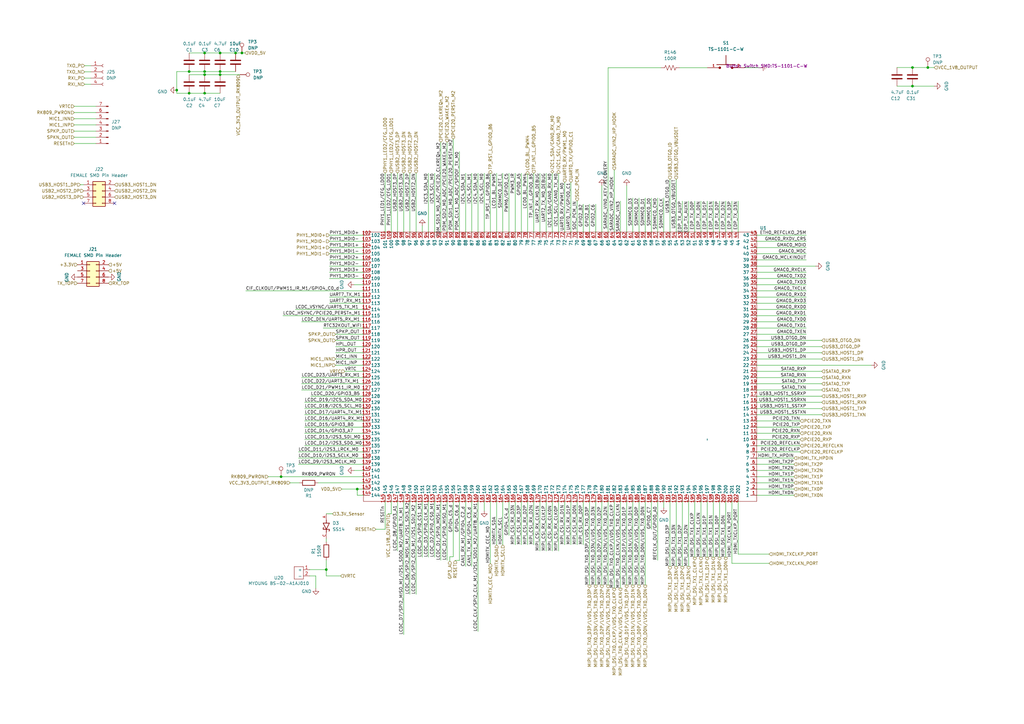
<source format=kicad_sch>
(kicad_sch (version 20230819) (generator eeschema)
  (paper "A3")
  (junction (at 133.8295 233.6065))
  (junction (at 90.2707 29.3423))
  (junction (at 83.9207 30.6123))
  (junction (at 99.231 21.7223))
  (junction (at 146.5295 200.5865))
  (junction (at 83.9207 29.3423))
  (junction (at 96.6207 21.7223))
  (junction (at 380.5549 27.6952))
  (junction (at 77.5707 38.2323))
  (junction (at 374.2473 35.3152))
  (junction (at 72.4907 36.9623))
  (junction (at 90.2707 30.6123))
  (junction (at 115.2798 195.5009))
  (junction (at 90.2707 21.7223))
  (junction (at 77.5707 29.3423))
  (junction (at 83.9207 38.2323))
  (junction (at 374.2473 27.6952))
  (junction (at 83.9207 21.7223))
  (no_connect (at 34.2778 83.3698))
  (no_connect (at 46.9778 83.3698))
  (wire (pts (xy 246.8595 76.1265) (xy 246.8595 95.1765)))
  (wire (pts (xy 124.9395 165.0265) (xy 149.0695 165.0265)))
  (wire (pts (xy 188.4395 95.1765) (xy 188.4395 62.1565)))
  (wire (pts (xy 259.5595 205.6665) (xy 259.5595 239.9565)))
  (wire (pts (xy 127 233.6065) (xy 133.8295 233.6065)))
  (wire (pts (xy 173.1995 92.6365) (xy 173.1995 95.1765)))
  (wire (pts (xy 241.7795 205.6665) (xy 241.7795 239.9565)))
  (wire (pts (xy 30.4678 56.3152) (xy 39.3578 56.3152)))
  (wire (pts (xy 145.2595 116.7665) (xy 149.0695 116.7665)))
  (wire (pts (xy 272.2595 208.2065) (xy 272.2595 205.6665)))
  (wire (pts (xy 30.4678 51.2352) (xy 39.3578 51.2352)))
  (wire (pts (xy 310.3595 190.4265) (xy 325.5995 190.4265)))
  (wire (pts (xy 137.6395 149.7865) (xy 149.0695 149.7865)))
  (wire (pts (xy 259.5595 81.2065) (xy 259.5595 95.1765)))
  (wire (pts (xy 374.2473 27.6952) (xy 380.5549 27.6952)))
  (wire (pts (xy 116.0495 129.4665) (xy 149.0695 129.4665)))
  (wire (pts (xy 234.1595 205.6665) (xy 234.1595 223.4465)))
  (wire (pts (xy 30.4678 43.6152) (xy 39.3578 43.6152)))
  (wire (pts (xy 98.3725 30.6115) (xy 98.3725 30.6123)))
  (wire (pts (xy 135.0995 114.2265) (xy 149.0695 114.2265)))
  (wire (pts (xy 30.4678 48.6952) (xy 39.3578 48.6952)))
  (wire (pts (xy 154.1495 217.0965) (xy 157.9595 217.0965)))
  (wire (pts (xy 229.0795 71.0465) (xy 229.0795 95.1765)))
  (wire (pts (xy 231.6195 74.8565) (xy 231.6195 95.1765)))
  (wire (pts (xy 279.8795 82.4765) (xy 279.8795 95.1765)))
  (wire (pts (xy 198.5995 95.1765) (xy 198.5995 71.0465)))
  (wire (pts (xy 310.3595 198.0465) (xy 325.5995 198.0465)))
  (wire (pts (xy 246.8595 205.6665) (xy 246.8595 239.9565)))
  (wire (pts (xy 118.9699 198.0273) (xy 118.9699 198.0465)))
  (wire (pts (xy 279.8795 205.6665) (xy 279.8795 232.3365)))
  (wire (pts (xy 310.3595 111.6865) (xy 330.6795 111.6865)))
  (wire (pts (xy 124.9395 180.2665) (xy 149.0695 180.2665)))
  (wire (pts (xy 135.0995 104.0665) (xy 149.0695 104.0665)))
  (wire (pts (xy 188.4395 205.6665) (xy 188.4395 229.87)))
  (wire (pts (xy 310.3595 170.1065) (xy 337.0295 170.1065)))
  (wire (pts (xy 249.3995 205.6665) (xy 249.3995 239.9565)))
  (wire (pts (xy 127.4795 162.4865) (xy 149.0695 162.4865)))
  (wire (pts (xy 295.1195 205.6665) (xy 295.1195 228.5265)))
  (wire (pts (xy 310.3595 116.7665) (xy 330.6795 116.7665)))
  (wire (pts (xy 139.7 236.22) (xy 133.8295 236.22)))
  (wire (pts (xy 206.2195 205.6665) (xy 206.2195 223.4465)))
  (wire (pts (xy 310.3595 159.9465) (xy 337.0295 159.9465)))
  (wire (pts (xy 297.6595 82.4765) (xy 297.6595 95.1765)))
  (wire (pts (xy 72.4907 29.3423) (xy 72.4907 36.9623)))
  (wire (pts (xy 236.6995 205.6665) (xy 236.6995 223.4465)))
  (wire (pts (xy 149.0695 190.4265) (xy 122.3995 190.4265)))
  (wire (pts (xy 310.3595 147.2465) (xy 337.0295 147.2465)))
  (wire (pts (xy 310.3595 154.8665) (xy 337.0295 154.8665)))
  (wire (pts (xy 262.0995 205.6665) (xy 262.0995 239.9565)))
  (wire (pts (xy 244.3195 205.6665) (xy 244.3195 239.9565)))
  (wire (pts (xy 262.0995 81.2065) (xy 262.0995 95.1765)))
  (wire (pts (xy 310.3595 165.0265) (xy 337.0295 165.0265)))
  (wire (pts (xy 146.5295 200.5865) (xy 149.0695 200.5865)))
  (wire (pts (xy 135.0995 106.6065) (xy 149.0695 106.6065)))
  (wire (pts (xy 118.9699 198.0465) (xy 122.8147 198.0465)))
  (wire (pts (xy 123.6695 132.0065) (xy 149.0695 132.0065)))
  (wire (pts (xy 310.3595 200.5865) (xy 325.5995 200.5865)))
  (wire (pts (xy 244.3195 83.7465) (xy 244.3195 95.1765)))
  (wire (pts (xy 264.6395 205.6665) (xy 264.6395 239.9565)))
  (wire (pts (xy 34.7225 26.9449) (xy 37.2625 26.9449)))
  (wire (pts (xy 77.5707 21.7223) (xy 83.9207 21.7223)))
  (wire (pts (xy 183.3595 205.6665) (xy 183.3595 229.7965)))
  (wire (pts (xy 310.3595 192.9665) (xy 325.5995 192.9665)))
  (wire (pts (xy 221.4595 71.0465) (xy 221.4595 95.1765)))
  (wire (pts (xy 249.3995 27.7867) (xy 249.3995 95.1765)))
  (wire (pts (xy 236.6995 82.4765) (xy 236.6995 95.1765)))
  (wire (pts (xy 160.4995 210.7465) (xy 160.4995 205.6665)))
  (wire (pts (xy 123.6695 154.8665) (xy 149.0695 154.8665)))
  (wire (pts (xy 208.7595 71.0465) (xy 208.7595 95.1765)))
  (wire (pts (xy 201.1395 95.1765) (xy 201.1395 71.0465)))
  (wire (pts (xy 129.54 236.22) (xy 127 236.22)))
  (wire (pts (xy 221.4595 205.6665) (xy 221.4595 225.9865)))
  (wire (pts (xy 135.0995 96.4465) (xy 149.0695 96.4465)))
  (wire (pts (xy 98.3725 30.6123) (xy 90.2707 30.6123)))
  (wire (pts (xy 277.3395 205.6665) (xy 277.3395 232.3365)))
  (wire (pts (xy 135.0995 111.6865) (xy 149.0695 111.6865)))
  (wire (pts (xy 254.4795 82.4765) (xy 254.4795 95.1765)))
  (wire (pts (xy 310.3595 157.4065) (xy 337.0295 157.4065)))
  (wire (pts (xy 184.5048 230.1103) (xy 184.5048 228.346)))
  (wire (pts (xy 287.4995 205.6665) (xy 287.4995 228.5265)))
  (wire (pts (xy 83.9207 21.7223) (xy 90.2707 21.7223)))
  (wire (pts (xy 310.3595 139.6265) (xy 337.0295 139.6265)))
  (wire (pts (xy 34.7225 34.5649) (xy 37.2625 34.5649)))
  (wire (pts (xy 140.1795 200.5865) (xy 146.5295 200.5865)))
  (wire (pts (xy 175.7395 95.1765) (xy 175.7395 71.0465)))
  (wire (pts (xy 178.2795 205.6665) (xy 178.2795 228.5265)))
  (wire (pts (xy 100.8095 119.3065) (xy 149.0695 119.3065)))
  (wire (pts (xy 90.2707 29.3423) (xy 83.9207 29.3423)))
  (wire (pts (xy 137.6395 139.6265) (xy 149.0695 139.6265)))
  (wire (pts (xy 310.3595 187.8865) (xy 325.5995 187.8865)))
  (wire (pts (xy 137.6395 144.7065) (xy 149.0695 144.7065)))
  (wire (pts (xy 254.4795 205.6665) (xy 254.4795 241.2265)))
  (wire (pts (xy 149.0695 185.3465) (xy 122.3995 185.3465)))
  (wire (pts (xy 135.0995 98.9865) (xy 149.0695 98.9865)))
  (wire (pts (xy 310.3595 177.7265) (xy 328.1395 177.7265)))
  (wire (pts (xy 193.5195 95.1765) (xy 193.5195 71.0465)))
  (wire (pts (xy 77.5707 30.6123) (xy 83.9207 30.6123)))
  (wire (pts (xy 141.4495 152.3265) (xy 149.0695 152.3265)))
  (wire (pts (xy 34.7225 29.4849) (xy 37.2625 29.4849)))
  (wire (pts (xy 137.6395 142.1665) (xy 149.0695 142.1665)))
  (wire (pts (xy 310.3595 195.5065) (xy 325.5995 195.5065)))
  (wire (pts (xy 310.3595 124.3865) (xy 330.6795 124.3865)))
  (wire (pts (xy 168.1195 205.6665) (xy 168.1195 243.7665)))
  (wire (pts (xy 310.3595 137.0865) (xy 330.6795 137.0865)))
  (wire (pts (xy 115.2798 195.5065) (xy 115.2798 195.5009)))
  (wire (pts (xy 216.3795 71.0465) (xy 216.3795 95.1765)))
  (wire (pts (xy 251.9395 205.6665) (xy 251.9395 241.2265)))
  (wire (pts (xy 290.0395 205.6665) (xy 290.0395 228.5265)))
  (wire (pts (xy 292.5795 82.4765) (xy 292.5795 95.1765)))
  (wire (pts (xy 249.3995 27.7867) (xy 271.0888 27.7867)))
  (wire (pts (xy 206.2195 95.1765) (xy 206.2195 71.0465)))
  (wire (pts (xy 310.3595 175.1865) (xy 328.1395 175.1865)))
  (wire (pts (xy 33.0078 75.7498) (xy 34.2778 75.7498)))
  (wire (pts (xy 226.5395 71.0465) (xy 226.5395 95.1765)))
  (wire (pts (xy 267.1795 205.6665) (xy 267.1795 217.0965)))
  (wire (pts (xy 278.7088 27.7867) (xy 290.1388 27.7867)))
  (wire (pts (xy 211.2995 205.6665) (xy 211.2995 223.4465)))
  (wire (pts (xy 129.54 241.3) (xy 129.54 236.22)))
  (wire (pts (xy 292.5795 205.6665) (xy 292.5795 228.5265)))
  (wire (pts (xy 229.0795 205.6665) (xy 229.0795 225.9865)))
  (wire (pts (xy 133.8295 222.1765) (xy 133.8295 220.9065)))
  (wire (pts (xy 310.3595 129.4665) (xy 330.6795 129.4665)))
  (wire (pts (xy 185.8995 205.6665) (xy 185.8995 228.346)))
  (wire (pts (xy 145.2595 192.9665) (xy 149.0695 192.9665)))
  (wire (pts (xy 310.3595 162.4865) (xy 337.0295 162.4865)))
  (wire (pts (xy 135.0995 121.8465) (xy 149.0695 121.8465)))
  (wire (pts (xy 130.4347 198.0465) (xy 149.0695 198.0465)))
  (wire (pts (xy 295.1195 82.4765) (xy 295.1195 95.1765)))
  (wire (pts (xy 90.2707 21.7223) (xy 96.6207 21.7223)))
  (wire (pts (xy 234.1595 74.8565) (xy 234.1595 95.1765)))
  (wire (pts (xy 124.9395 167.5665) (xy 149.0695 167.5665)))
  (wire (pts (xy 367.8973 27.6952) (xy 374.2473 27.6952)))
  (wire (pts (xy 251.9395 69.7765) (xy 251.9395 95.1765)))
  (wire (pts (xy 223.9995 205.6665) (xy 223.9995 225.9865)))
  (wire (pts (xy 310.3595 96.4465) (xy 330.6795 96.4465)))
  (wire (pts (xy 163.0395 205.6665) (xy 163.0395 225.9865)))
  (wire (pts (xy 282.4195 82.4765) (xy 282.4195 95.1765)))
  (wire (pts (xy 132.5595 134.5465) (xy 149.0695 134.5465)))
  (wire (pts (xy 83.9207 30.6123) (xy 90.2707 30.6123)))
  (wire (pts (xy 175.7395 205.6665) (xy 175.7395 228.5265)))
  (wire (pts (xy 173.1995 205.6665) (xy 173.1995 228.5265)))
  (wire (pts (xy 72.4907 38.2323) (xy 77.5707 38.2323)))
  (wire (pts (xy 213.8395 71.0465) (xy 213.8395 95.1765)))
  (wire (pts (xy 190.9795 95.1765) (xy 190.9795 71.0465)))
  (wire (pts (xy 310.3595 142.1665) (xy 337.0295 142.1665)))
  (wire (pts (xy 96.6207 29.3423) (xy 90.2707 29.3423)))
  (wire (pts (xy 231.6195 205.6665) (xy 231.6195 223.4465)))
  (wire (pts (xy 239.2395 83.7465) (xy 239.2395 95.1765)))
  (wire (pts (xy 146.5295 203.1265) (xy 146.5295 200.5865)))
  (wire (pts (xy 96.6207 21.7223) (xy 99.231 21.7223)))
  (wire (pts (xy 124.9395 177.7265) (xy 149.0695 177.7265)))
  (wire (pts (xy 123.6695 159.9465) (xy 149.0695 159.9465)))
  (wire (pts (xy 137.6395 137.0865) (xy 149.0695 137.0865)))
  (wire (pts (xy 310.3595 134.5465) (xy 330.6795 134.5465)))
  (wire (pts (xy 188.4395 229.87) (xy 186.69 229.87)))
  (wire (pts (xy 34.7225 32.0249) (xy 37.2625 32.0249)))
  (wire (pts (xy 300.1995 231.0665) (xy 300.1995 205.6665)))
  (wire (pts (xy 223.9995 71.0465) (xy 223.9995 95.1765)))
  (wire (pts (xy 310.3595 203.1265) (xy 325.5995 203.1265)))
  (wire (pts (xy 77.5707 38.2323) (xy 83.9207 38.2323)))
  (wire (pts (xy 310.3595 152.3265) (xy 337.0295 152.3265)))
  (wire (pts (xy 136.3695 210.7465) (xy 133.8295 210.7465)))
  (wire (pts (xy 218.9195 205.6665) (xy 218.9195 223.4465)))
  (wire (pts (xy 310.3595 167.5665) (xy 337.0295 167.5665)))
  (wire (pts (xy 184.5048 228.346) (xy 185.8995 228.346)))
  (wire (pts (xy 135.0995 124.3865) (xy 149.0695 124.3865)))
  (wire (pts (xy 211.2995 71.0465) (xy 211.2995 95.1765)))
  (wire (pts (xy 310.3595 180.2665) (xy 328.1395 180.2665)))
  (wire (pts (xy 110.0416 195.5009) (xy 115.2798 195.5009)))
  (wire (pts (xy 290.0395 82.4765) (xy 290.0395 95.1765)))
  (wire (pts (xy 310.3595 104.0665) (xy 330.6795 104.0665)))
  (wire (pts (xy 149.0695 187.8865) (xy 122.3995 187.8865)))
  (wire (pts (xy 226.5395 205.6665) (xy 226.5395 225.9865)))
  (wire (pts (xy 170.6595 205.6665) (xy 170.6595 243.7665)))
  (wire (pts (xy 31.75 116.1735) (xy 31.7819 116.1735)))
  (wire (pts (xy 310.3595 98.9865) (xy 330.6795 98.9865)))
  (wire (pts (xy 272.2595 81.2065) (xy 272.2595 95.1765)))
  (wire (pts (xy 193.5195 205.6665) (xy 193.5195 232.3365)))
  (wire (pts (xy 159.2295 210.7465) (xy 160.4995 210.7465)))
  (wire (pts (xy 380.5549 27.6952) (xy 383.1373 27.6952)))
  (wire (pts (xy 208.7595 205.6665) (xy 208.7595 219.6365)))
  (wire (pts (xy 269.7195 205.6665) (xy 269.7195 229.7965)))
  (wire (pts (xy 310.3595 144.7065) (xy 337.0295 144.7065)))
  (wire (pts (xy 334.4895 109.1465) (xy 310.3595 109.1465)))
  (wire (pts (xy 170.6595 71.0465) (xy 170.6595 95.1765)))
  (wire (pts (xy 284.9595 82.4765) (xy 284.9595 95.1765)))
  (wire (pts (xy 30.4678 53.7752) (xy 39.3578 53.7752)))
  (wire (pts (xy 178.2795 95.1765) (xy 178.2795 71.0465)))
  (wire (pts (xy 300.1995 82.4765) (xy 300.1995 95.1765)))
  (wire (pts (xy 203.6795 95.1765) (xy 203.6795 71.0465)))
  (wire (pts (xy 135.0995 101.5265) (xy 149.0695 101.5265)))
  (wire (pts (xy 30.4678 46.1552) (xy 39.3578 46.1552)))
  (wire (pts (xy 274.7995 205.6665) (xy 274.7995 232.3365)))
  (wire (pts (xy 310.3595 132.0065) (xy 330.6795 132.0065)))
  (wire (pts (xy 196.0595 205.6665) (xy 196.0595 259.0065)))
  (wire (pts (xy 183.3595 95.1765) (xy 183.3595 58.3465)))
  (wire (pts (xy 180.8195 205.6665) (xy 180.8195 229.7965)))
  (wire (pts (xy 310.3595 126.9265) (xy 330.6795 126.9265)))
  (wire (pts (xy 77.5707 29.3423) (xy 72.4907 29.3423)))
  (wire (pts (xy 115.2798 195.5065) (xy 149.0695 195.5065)))
  (wire (pts (xy 133.8295 229.7965) (xy 133.8295 233.6065)))
  (wire (pts (xy 310.3595 114.2265) (xy 330.6795 114.2265)))
  (wire (pts (xy 297.6595 205.6665) (xy 297.6595 228.5265)))
  (wire (pts (xy 257.0195 205.6665) (xy 257.0195 239.9565)))
  (wire (pts (xy 99.231 21.7223) (xy 100.4307 21.7223)))
  (wire (pts (xy 315.4395 227.2565) (xy 302.7395 227.2565)))
  (wire (pts (xy 137.6395 147.2465) (xy 149.0695 147.2465)))
  (wire (pts (xy 218.9195 71.0465) (xy 218.9195 95.1765)))
  (wire (pts (xy 310.3595 121.8465) (xy 330.6795 121.8465)))
  (wire (pts (xy 302.7395 82.4765) (xy 302.7395 95.1765)))
  (wire (pts (xy 121.1295 126.9265) (xy 149.0695 126.9265)))
  (wire (pts (xy 367.8973 35.3152) (xy 374.2473 35.3152)))
  (wire (pts (xy 213.8395 205.6665) (xy 213.8395 223.4465)))
  (wire (pts (xy 267.1795 81.2065) (xy 267.1795 95.1765)))
  (wire (pts (xy 124.9395 175.1865) (xy 149.0695 175.1865)))
  (wire (pts (xy 123.6695 157.4065) (xy 149.0695 157.4065)))
  (wire (pts (xy 374.2473 35.3152) (xy 383.1373 35.3152)))
  (wire (pts (xy 83.9207 29.3423) (xy 77.5707 29.3423)))
  (wire (pts (xy 124.9395 172.6465) (xy 149.0695 172.6465)))
  (wire (pts (xy 257.0195 76.1265) (xy 257.0195 95.1765)))
  (wire (pts (xy 239.2395 205.6665) (xy 239.2395 223.4465)))
  (wire (pts (xy 287.4995 82.4765) (xy 287.4995 95.1765)))
  (wire (pts (xy 203.6795 205.6665) (xy 203.6795 223.4465)))
  (wire (pts (xy 357.3495 149.7865) (xy 310.3595 149.7865)))
  (wire (pts (xy 315.4395 231.0665) (xy 300.1995 231.0665)))
  (wire (pts (xy 30.4678 58.8552) (xy 39.3578 58.8552)))
  (wire (pts (xy 264.6395 81.2065) (xy 264.6395 95.1765)))
  (wire (pts (xy 198.5995 209.4765) (xy 198.5995 205.6665)))
  (wire (pts (xy 310.3595 101.5265) (xy 330.6795 101.5265)))
  (wire (pts (xy 269.7195 81.2065) (xy 269.7195 95.1765)))
  (wire (pts (xy 201.1395 205.6665) (xy 201.1395 231.0665)))
  (wire (pts (xy 157.9595 217.0965) (xy 157.9595 205.6665)))
  (wire (pts (xy 180.8195 95.1765) (xy 180.8195 58.3465)))
  (wire (pts (xy 83.9207 38.2323) (xy 90.2707 38.2323)))
  (wire (pts (xy 124.9395 170.1065) (xy 149.0695 170.1065)))
  (wire (pts (xy 124.9395 182.8065) (xy 149.0695 182.8065)))
  (wire (pts (xy 133.8295 236.22) (xy 133.8295 233.6065)))
  (wire (pts (xy 241.7795 83.7465) (xy 241.7795 95.1765)))
  (wire (pts (xy 310.3595 119.3065) (xy 330.6795 119.3065)))
  (wire (pts (xy 185.8995 95.1765) (xy 185.8995 57.0765)))
  (wire (pts (xy 163.0395 71.0465) (xy 163.0395 95.1765)))
  (wire (pts (xy 190.9795 205.6665) (xy 190.9795 232.3365)))
  (wire (pts (xy 160.4995 71.0465) (xy 160.4995 95.1765)))
  (wire (pts (xy 310.3595 185.3465) (xy 328.1395 185.3465)))
  (wire (pts (xy 72.4907 36.9623) (xy 72.4907 38.2323)))
  (wire (pts (xy 310.3595 106.6065) (xy 330.6795 106.6065)))
  (wire (pts (xy 284.9595 205.6665) (xy 284.9595 228.5265)))
  (wire (pts (xy 165.5795 71.0465) (xy 165.5795 95.1765)))
  (wire (pts (xy 149.0695 203.1265) (xy 146.5295 203.1265)))
  (wire (pts (xy 282.4195 205.6665) (xy 282.4195 232.3365)))
  (wire (pts (xy 274.7995 73.5865) (xy 274.7995 95.1765)))
  (wire (pts (xy 157.9595 71.0465) (xy 157.9595 95.1765)))
  (wire (pts (xy 135.0995 109.1465) (xy 149.0695 109.1465)))
  (wire (pts (xy 168.1195 71.0465) (xy 168.1195 95.1765)))
  (wire (pts (xy 196.0595 95.1765) (xy 196.0595 71.0465)))
  (wire (pts (xy 310.3595 172.6465) (xy 328.1395 172.6465)))
  (wire (pts (xy 302.7395 227.2565) (xy 302.7395 205.6665)))
  (wire (pts (xy 165.5795 205.6665) (xy 165.5795 260.2765)))
  (wire (pts (xy 305.3788 27.7867) (xy 311.7288 27.7867)))
  (wire (pts (xy 216.3795 205.6665) (xy 216.3795 223.4465)))
  (wire (pts (xy 127 233.6065) (xy 127 233.68)))
  (wire (pts (xy 310.3595 182.8065) (xy 328.1395 182.8065)))
  (wire (pts (xy 277.3395 73.5865) (xy 277.3395 95.1765)))
  (label "SARADC_VIN0_KEY{slash}RECOVERY" (at 249.3995 65.9665 270))
  (label "MIPI_DSI_TX1_D3N" (at 277.3395 232.3365 90))
  (label "GMAC0_RXD1" (at 330.6795 129.4665 180))
  (label "LCDC_D12{slash}I2S3_SD0_M0" (at 124.9395 182.8065 0))
  (label "MIPI_DSI_TX0_D3P{slash}LVDS_TX0_D3P" (at 241.7795 239.9565 90))
  (label "MIPI_DSI_TX1_CLKN" (at 287.4995 228.5265 90))
  (label "UART0_RX{slash}PWM1_M0" (at 231.6195 74.8565 270))
  (label "LCDC_D9{slash}I2S3_MCLK_M0" (at 122.3995 190.4265 0))
  (label "SATA0_TXN" (at 330.6795 159.9465 180))
  (label "USB2_HOST2_DN" (at 170.6595 71.0465 270))
  (label "MIPI_DSI_TX1_D1N" (at 292.5795 228.5265 90))
  (label "MIPI_DSI_TX0_D2P{slash}LVDS_TX0_D2P" (at 246.8595 239.9565 90))
  (label "SOC_PCM_IN" (at 236.6995 82.4765 270))
  (label "TP_RST_L_GPIO0_B6" (at 201.1395 71.0465 270))
  (label "LCDC_D13{slash}I2S3_SDI_M0" (at 124.9395 180.2665 0))
  (label "LCDC_VSYNC{slash}UART5_TX_M1" (at 121.1295 126.9265 0))
  (label "HDMITX_CEC_M0" (at 201.1395 231.0665 90))
  (label "PHY1_LED2{slash}CFG_LDO1" (at 160.4995 71.0465 270))
  (label "HDMITX_SDA" (at 203.6795 223.4465 90))
  (label "SATA0_TXP" (at 330.6795 157.4065 180))
  (label "PCIE20_RXN" (at 328.1395 177.7265 180))
  (label "SDMMC0_D3" (at 259.5595 81.2065 270))
  (label "USB3_HOST1_SSTXP" (at 330.6795 167.5665 180))
  (label "CAN1_RX_M1{slash}GPIO4_C2_d" (at 190.9795 232.3365 90))
  (label "PCIE20_RXP" (at 328.1395 180.2665 180))
  (label "GPIO4_C6_d" (at 188.4395 218.3665 90))
  (label "HDMI_TX0N" (at 325.5995 203.1265 180))
  (label "GMAC0_TXD1" (at 330.6795 134.5465 180))
  (label "GMAC0_MDC" (at 330.6795 104.0665 180))
  (label "MIPI_CSI_RX_D2P" (at 216.3795 223.4465 90))
  (label "EDP_TX_D0P" (at 284.9595 82.4765 270))
  (label "HDMI_TX2N" (at 325.5995 192.9665 180))
  (label "EDP_TX_D2P" (at 295.1195 82.4765 270))
  (label "LCDC_D18{slash}I2C5_SCL_M0" (at 124.9395 167.5665 0))
  (label "LCDC_D7{slash}SPI2_MISO_M1{slash}I2S1_SDO0_M2{slash}UART8_TX_M1" (at 165.5795 260.2765 90))
  (label "GMAC0_MCLKINOUT" (at 330.6795 106.6065 180))
  (label "UART7_TX_M1" (at 135.0995 121.8465 0))
  (label "GMAC0_TXD0" (at 330.6795 132.0065 180))
  (label "MIPI_DSI_TX1_D1P" (at 290.0395 228.5265 90))
  (label "SATA0_RXP" (at 330.6795 152.3265 180))
  (label "HPR_OUT" (at 137.6395 144.7065 0))
  (label "I2C4_SCL_M0" (at 198.5995 71.0465 270))
  (label "MIPI_CSI_RX_CLK0N" (at 226.5395 225.9865 90))
  (label "I2C4_SDA_M1" (at 190.9795 71.0465 270))
  (label "GPIO4_C4_d" (at 208.7595 219.6365 90))
  (label "LCDC_D3{slash}SPI0_CLK_M1" (at 175.7395 228.5265 90))
  (label "SARADC_VIN3" (at 254.4795 82.4765 270))
  (label "UART2_RX_M0_DEBUG" (at 221.4595 71.0465 270))
  (label "SPKP_OUT" (at 137.6395 137.0865 0))
  (label "PCIE20_TXN" (at 328.1395 172.6465 180))
  (label "LCDC_D11{slash}I2S3_LRCK_M0" (at 122.3995 185.3465 0))
  (label "MIPI_DSI_TX0_D3N{slash}LVDS_TX0_D3N" (at 244.3195 239.9565 90))
  (label "RTC32KOUT_WIFI" (at 132.5595 134.5465 0))
  (label "PHY1_LED1{slash}CFG_LDO0" (at 157.9595 71.0465 270))
  (label "GMAC0_TXD3" (at 330.6795 116.7665 180))
  (label "USB2_HOST2_DP" (at 168.1195 71.0465 270))
  (label "GMAC0_TXD2" (at 330.6795 114.2265 180))
  (label "GPIO2_B2" (at 239.2395 83.7465 270))
  (label "SDMMC0_D2" (at 262.0995 81.2065 270))
  (label "LCDC_D8{slash}GPIO3_A1" (at 163.0395 225.9865 90))
  (label "EDP_TX_D1P" (at 290.0395 82.4765 270))
  (label "PHY1_MDI2+" (at 135.0995 106.6065 0))
  (label "I2C4_SDA_M0" (at 196.0595 71.0465 270))
  (label "SATA0_RXN" (at 330.6795 154.8665 180))
  (label "ETH0_REFCLKO_25M" (at 330.6795 96.4465 180))
  (label "HDMI_TX1N" (at 325.5995 198.0465 180))
  (label "USB2_HOST3_DP" (at 163.0395 71.0465 270))
  (label "MIPI_DSI_TX0_D1P{slash}LVDS_TX0_D1P" (at 257.0195 239.9565 90))
  (label "PCIE20_TXP" (at 328.1395 175.1865 180))
  (label "PHY1_MDI0-" (at 135.0995 98.9865 0))
  (label "UART0_TX{slash}GPIO0_C1" (at 234.1595 74.8565 270))
  (label "REFCLK_OUT{slash}GPIO0_A0" (at 269.7195 229.7965 90))
  (label "USB3_HOST1_DN" (at 330.6795 147.2465 180))
  (label "MIPI_CSI_RX_CLK1P" (at 223.9995 225.9865 90))
  (label "MIPI_DSI_TX0_D0P{slash}LVDS_TX0_D0P" (at 262.0995 239.9565 90))
  (label "HPL_OUT" (at 137.6395 142.1665 0))
  (label "EDP_TX_D1N" (at 292.5795 82.4765 270))
  (label "LCDC_D5{slash}SPI2_CS0_M1{slash}I2S1_SDI2_M2" (at 170.6595 243.7665 90))
  (label "MIPI_CSI_RX_D0N" (at 236.6995 223.4465 90))
  (label "PDM_SDI3_M0_ADC{slash}PCIE20_CLKREQn_M2" (at 180.8195 58.3465 270))
  (label "HDMI_TXCLKP_PORT" (at 302.7395 227.2565 90))
  (label "PHY1_MDI1+" (at 135.0995 101.5265 0))
  (label "SDMMC0_DET_L" (at 206.2195 71.0465 270))
  (label "HDMI_TXCLKN_PORT" (at 300.1995 228.5265 90))
  (label "USB3_OTG0_DP" (at 330.6795 142.1665 180))
  (label "LCDC_D14{slash}GPIO3_A7" (at 124.9395 177.7265 0))
  (label "GMAC0_RXCLK" (at 330.6795 111.6865 180))
  (label "MIPI_DSI_TX0_CLKN{slash}LVDS_TX0_CLKN" (at 254.4795 241.2265 90))
  (label "HDMI_TX0P" (at 325.5995 200.5865 180))
  (label "MIPI_DSI_TX1_D2N" (at 282.4195 232.3365 90))
  (label "GPIO0_A5" (at 213.8395 71.0465 270))
  (label "LCDC_CLK{slash}SPI2_CLK_M1{slash}I2S1_SDO1_M2{slash}UART8_RX_M1" (at 196.0595 259.0065 90))
  (label "LCDC_D15{slash}GPIO3_B0" (at 124.9395 175.1865 0))
  (label "MIPI_DSI_TX0_D2N{slash}LVDS_TX0_D2N" (at 249.3995 239.9565 90))
  (label "LCDC_HSYNC{slash}PCIE20_PERSTn_M1" (at 116.0495 129.4665 0))
  (label "LCDC_D21{slash}PWM11_IR_M0" (at 123.6695 159.9465 0))
  (label "PHY1_MDI3+" (at 135.0995 111.6865 0))
  (label "MIPI_DSI_TX0_CLKP{slash}LVDS_TX0_CLKP" (at 251.9395 241.2265 90))
  (label "MIPI_CSI_RX_CLK1N" (at 221.4595 225.9865 90))
  (label "USB3_HOST1_SSTXN" (at 330.6795 170.1065 180))
  (label "EDP_TX_AUXP" (at 279.8795 82.4765 270))
  (label "MIPI_CSI_RX_D3N" (at 211.2995 223.4465 90))
  (label "RESETn" (at 157.9595 214.5565 90))
  (label "SDMMC0_D1" (at 264.6395 81.2065 270))
  (label "LCDC_D16{slash}UART4_RX_M1" (at 124.9395 172.6465 0))
  (label "GMAC0_TXCLK" (at 330.6795 119.3065 180))
  (label "VRTC" (at 141.4495 152.3265 0))
  (label "UART7_RX_M1" (at 135.0995 124.3865 0))
  (label "MIPI_CSI_RX_CLK0P" (at 229.0795 225.9865 90))
  (label "LCDC_D1{slash}SPI0_MOSI_M1" (at 180.8195 229.7965 90))
  (label "LCDC_D20{slash}GPIO3_B5" (at 127.4795 162.4865 0))
  (label "MIPI_CSI_RX_D1N" (at 231.6195 223.4465 90))
  (label "EDP_TX_D2N" (at 297.6595 82.4765 270))
  (label "PDM_SDI2_M0_ADC{slash}PCIE20_WAKEn_M2" (at 183.3595 58.3465 270))
  (label "USB3_OTG0_DN" (at 330.6795 139.6265 180))
  (label "CAN1_TX_M1{slash}GPIO4_C3_d" (at 193.5195 232.3365 90))
  (label "PCIE20_REFCLKP" (at 328.1395 185.3465 180))
  (label "MIPI_CSI_RX_D1P" (at 234.1595 223.4465 90))
  (label "SDMMC0_CLK" (at 272.2595 81.2065 270))
  (label "CIF_CLKOUT{slash}PWM11_IR_M1{slash}GPIO4_C0_d" (at 100.8095 119.3065 0))
  (label "GMAC0_TXEN" (at 330.6795 137.0865 180))
  (label "MIPI_DSI_TX1_D3P" (at 274.7995 232.3365 90))
  (label "GPIO0_C7" (at 267.1795 217.0965 90))
  (label "PDM_SDI1_M0_ADC{slash}PCIE20_PERSTn_M2" (at 185.8995 57.0765 270))
  (label "I2C3_SCL_M0" (at 178.2795 71.0465 270))
  (label "USB3_HOST1_SSRXN" (at 330.6795 165.0265 180))
  (label "SDMMC0_CMD" (at 269.7195 81.2065 270))
  (label "MIPI_DSI_TX0_D0N{slash}LVDS_TX0_D0N" (at 264.6395 239.9565 90))
  (label "MIC1_INN" (at 137.6395 147.2465 0))
  (label "PDM_CLK1_M0_ADC{slash}SPDOF_TX_M0" (at 188.4395 62.1565 270))
  (label "GPIO4_C5_d" (at 185.8995 218.3665 90))
  (label "GPIO2_B1" (at 241.7795 83.7465 270))
  (label "LCDC_D17{slash}UART4_TX_M1" (at 124.9395 170.1065 0))
  (label "PCIE20_REFCLKN" (at 328.1395 182.8065 180))
  (label "MIC1_INP" (at 137.6395 149.7865 0))
  (label "SDMMC0_D0" (at 267.1795 81.2065 270))
  (label "GMAC0_RXDV_CRS" (at 330.6795 98.9865 180))
  (label "SARADC_VIN2_HP_HOOK" (at 251.9395 72.3165 270))
  (label "USB3_OTG0_ID" (at 274.7995 73.5865 270))
  (label "EDP_TX_AUXN" (at 282.4195 82.4765 270))
  (label "HDMITX_SCL" (at 206.2195 223.4465 90))
  (label "LCD1_BL_PWM5" (at 203.6795 71.0465 270))
  (label "EDP_TX_D3P" (at 300.1995 82.4765 270))
  (label "LCDC_D1{slash}SPI0_MISO_M1" (at 183.3595 229.7965 90))
  (label "PHY1_MDI1-" (at 135.0995 104.0665 0))
  (label "MIPI_DSI_TX1_CLKP" (at 284.9595 228.5265 90))
  (label "LCDC_D19{slash}I2C5_SDA_M0" (at 124.9395 165.0265 0))
  (label "LCD0_BL_PWM4" (at 216.3795 71.0465 270))
  (label "SPKN_OUT" (at 137.6395 139.6265 0))
  (label "GPIO2_C6" (at 244.3195 83.7465 270))
  (label "HDMI_TX1P" (at 325.5995 195.5065 180))
  (label "PWM6{slash}GPIO0_C5" (at 208.7595 71.0465 270))
  (label "GMAC0_MDIO" (at 330.6795 101.5265 180))
  (label "EDP_TX_D3N" (at 302.7395 82.4765 270))
  (label "MIPI_DSI_TX0_D1N{slash}LVDS_TX0_D1N" (at 259.5595 239.9565 90))
  (label "I2C1_SDA{slash}CAN0_RX_M0" (at 226.5395 71.0465 270))
  (label "MIPI_DSI_TX1_D0N" (at 297.6595 228.5265 90))
  (label "LCDC_DEN{slash}UART5_RX_M1" (at 123.6695 132.0065 0))
  (label "USB2_HOST3_DN" (at 165.5795 71.0465 270))
  (label "LCDC_D22{slash}UART3_TX_M1" (at 123.6695 157.4065 0))
  (label "RK809_PWRON" (at 123.6695 195.5065 0))
  (label "MIPI_CSI_RX_D3P" (at 213.8395 223.4465 90))
  (label "PHY1_MDI0+" (at 135.0995 96.4465 0))
  (label "PWM3_IR" (at 211.2995 71.0465 270))
  (label "GMAC0_RXD0" (at 330.6795 126.9265 180))
  (label "LCDC_D4{slash}SPI0_CS1_M1" (at 173.1995 228.5265 90))
  (label "EDP_TX_D0N" (at 287.4995 82.4765 270))
  (label "LCDC_D10{slash}I2S3_SCLK_M0" (at 122.3995 187.8865 0))
  (label "MIPI_CSI_RX_D2N" (at 218.9195 223.4465 90))
  (label "UART2_TX_M0_DEBUG" (at 223.9995 71.0465 270))
  (label "GMAC0_RXD3" (at 330.6795 124.3865 180))
  (label "I2C4_SCL_M1" (at 193.5195 71.0465 270))
  (label "LCDC_D2{slash}SPI0_CS0_M1" (at 178.2795 228.5265 90))
  (label "USB3_HOST1_DP" (at 330.6795 144.7065 180))
  (label "USB3_OTG0_VBUSDET" (at 277.3395 73.5865 270))
  (label "HDMI_TX2P" (at 325.5995 190.4265 180))
  (label "MIPI_DSI_TX1_D0P" (at 295.1195 228.5265 90))
  (label "LCDC_D6{slash}SPI2_MOSI_M1{slash}I2S1_SDI3_M2" (at 168.1195 243.7665 90))
  (label "I2C3_SDA_M0" (at 175.7395 71.0465 270))
  (label "MIPI_CSI_RX_D0P" (at 239.2395 223.4465 90))
  (label "LCDC_D23{slash}UART3_RX_M1" (at 123.6695 154.8665 0))
  (label "I2C1_SCL{slash}CAN0_TX_M0" (at 229.0795 71.0465 270))
  (label "HDMI_TX_HPDIN" (at 325.5995 187.8865 180))
  (label "PHY1_MDI2-" (at 135.0995 109.1465 0))
  (label "MIPI_DSI_TX1_D2P" (at 279.8795 232.3365 90))
  (label "PHY1_MDI3-" (at 135.0995 114.2265 0))
  (label "GMAC0_RXD2" (at 330.6795 121.8465 180))
  (label "USB3_HOST1_SSRXP" (at 330.6795 162.4865 180))
  (label "TP_INT_L_GPIO0_B5" (at 218.9195 71.0465 270))
  (hierarchical_label "SPKN_OUT" (shape input) (at 30.4678 56.3152 180))
  (hierarchical_label "HDMI_TX2N" (shape input) (at 325.5995 192.9665 0))
  (hierarchical_label "MIPI_DSI_TX1_D0N" (shape output) (at 297.6595 228.5265 270))
  (hierarchical_label "HDMI_TX0N" (shape input) (at 325.5995 203.1265 0))
  (hierarchical_label "VCC_1V8_OUTPUT" (shape input) (at 383.1373 27.6952 0))
  (hierarchical_label "VDD_5V" (shape input) (at 100.4307 21.7223 0))
  (hierarchical_label "USB3_OTG0_DN" (shape input) (at 337.0295 139.6265 0))
  (hierarchical_label "HDMITX_CEC_M0" (shape input) (at 201.1395 231.0665 270))
  (hierarchical_label "PHY1_MDI0+" (shape input) (at 135.0995 96.4465 180))
  (hierarchical_label "VRTC" (shape input) (at 30.4678 43.6152 180))
  (hierarchical_label "LCD0_BL_PWM4" (shape output) (at 216.3795 71.456 90))
  (hierarchical_label "MIPI_DSI_TX0_CLKP{slash}LVDS_TX0_CLKP" (shape output) (at 251.9395 241.2265 270))
  (hierarchical_label "MIC1_INN" (shape input) (at 30.4678 48.6952 180))
  (hierarchical_label "MIPI_DSI_TX0_D0P{slash}LVDS_TX0_D0P" (shape output) (at 262.0995 239.9565 270))
  (hierarchical_label "PHY1_MDI1-" (shape input) (at 135.0995 104.0665 180))
  (hierarchical_label "MIPI_DSI_TX1_D2P" (shape output) (at 279.8795 232.3365 270))
  (hierarchical_label "SATA0_TXP" (shape input) (at 337.0295 157.4065 0))
  (hierarchical_label "PCIE20_REFCLKN" (shape input) (at 328.1395 182.8065 0))
  (hierarchical_label "UART0_TX{slash}GPIO0_C1" (shape input) (at 234.1595 74.8565 90))
  (hierarchical_label "MIPI_DSI_TX1_D1P" (shape output) (at 290.0395 228.5265 270))
  (hierarchical_label "SPKN_OUT" (shape input) (at 137.6395 139.6265 180))
  (hierarchical_label "MIPI_DSI_TX0_D1P{slash}LVDS_TX0_D1P" (shape output) (at 257.0195 239.9565 270))
  (hierarchical_label "USB3_HOST1_RXN" (shape input) (at 337.0295 165.0265 0))
  (hierarchical_label "SARADC_VIN2_HP_HOOK" (shape input) (at 251.9395 69.7765 90))
  (hierarchical_label "+5V" (shape input) (at 44.4819 111.0935 0))
  (hierarchical_label "SPKP_OUT" (shape input) (at 137.6395 137.0865 180))
  (hierarchical_label "RESETn" (shape input) (at 30.4678 58.8552 180))
  (hierarchical_label "MIPI_DSI_TX0_D0N{slash}LVDS_TX0_D0N" (shape output) (at 264.6395 239.9565 270))
  (hierarchical_label "USB3_HOST1_TXN" (shape input) (at 337.0295 170.1065 0))
  (hierarchical_label "USB2_HOST3_DP" (shape input) (at 163.0395 71.0465 90))
  (hierarchical_label "HDMI_TX_HPDIN" (shape input) (at 325.5995 187.8865 0))
  (hierarchical_label "MIC1_INP" (shape input) (at 30.4678 51.2352 180))
  (hierarchical_label "VDD_5V" (shape input) (at 140.1795 200.5865 180))
  (hierarchical_label "USB3_HOST1_DN" (shape input) (at 46.9778 75.7498 0))
  (hierarchical_label "RXI_N" (shape input) (at 34.7225 34.5649 180) (property "Intersheetrefs" "${INTERSHEET_REFS}" (effects hide)))
  (hierarchical_label "HDMI_TX1N" (shape input) (at 325.5995 198.0465 0))
  (hierarchical_label "RK809_PWRON" (shape input) (at 30.4678 46.1552 180))
  (hierarchical_label "MIPI_DSI_TX1_D3P" (shape output) (at 274.7995 232.3365 270))
  (hierarchical_label "HDMITX_SCL" (shape input) (at 206.2195 223.4465 270))
  (hierarchical_label "PCIE20_REFCLKP" (shape input) (at 328.1395 185.3465 0))
  (hierarchical_label "TP_INT_L_GPIO0_B5" (shape input) (at 218.9195 71.1569 90))
  (hierarchical_label "RX_TOP" (shape input) (at 44.4819 116.1735 0))
  (hierarchical_label "MIC1_INP" (shape input) (at 137.6395 149.7865 180))
  (hierarchical_label "SOC_PCM_IN" (shape input) (at 236.6995 82.4765 90))
  (hierarchical_label "HDMI_TX2P" (shape input) (at 325.5995 190.4265 0))
  (hierarchical_label "USB2_HOST3_DN" (shape input) (at 46.9778 80.8298 0))
  (hierarchical_label "MIPI_DSI_TX0_D3N{slash}LVDS_TX0_D3N" (shape output) (at 244.3195 239.9565 270))
  (hierarchical_label "PCIE20_TXN" (shape input) (at 328.1395 172.6465 0))
  (hierarchical_label "PCIE20_RXN" (shape input) (at 328.1395 177.7265 0))
  (hierarchical_label "USB3_OTG0_DP" (shape input) (at 337.0295 142.1665 0))
  (hierarchical_label "TXO_P" (shape input) (at 34.7225 26.9449 180) (property "Intersheetrefs" "${INTERSHEET_REFS}" (effects hide)))
  (hierarchical_label "USB2_HOST3_DN" (shape input) (at 165.5795 71.0465 90))
  (hierarchical_label "TXO_N" (shape input) (at 34.7225 29.4849 180) (property "Intersheetrefs" "${INTERSHEET_REFS}" (effects hide)))
  (hierarchical_label "USB2_HOST2_DP" (shape input) (at 34.2778 78.2898 180))
  (hierarchical_label "UART0_RX{slash}PWM1_M0" (shape input) (at 231.6195 74.8565 90))
  (hierarchical_label "VRTC" (shape input) (at 139.7 236.22 0))
  (hierarchical_label "SATA0_RXP" (shape input) (at 337.0295 152.3265 0))
  (hierarchical_label "PCIE20_RXP" (shape input) (at 328.1395 180.2665 0))
  (hierarchical_label "MIPI_DSI_TX1_CLKP" (shape output) (at 284.9595 228.5265 270))
  (hierarchical_label "MIPI_DSI_TX1_D2N" (shape output) (at 282.4195 232.3365 270))
  (hierarchical_label "+3.3V" (shape input) (at 31.7819 108.5535 180))
  (hierarchical_label "VRTC" (shape input) (at 141.4495 152.3265 180))
  (hierarchical_label "MIPI_DSI_TX1_D0P" (shape output) (at 295.1195 228.5265 270))
  (hierarchical_label "USB3_OTG0_VBUSDET" (shape input) (at 277.3395 73.5865 90))
  (hierarchical_label "HDMI_TXCLKP_PORT" (shape input) (at 315.4395 227.2565 0))
  (hierarchical_label "SATA0_RXN" (shape input) (at 337.0295 154.8665 0))
  (hierarchical_label "PHY1_MDI1+" (shape input) (at 135.0995 101.5265 180))
  (hierarchical_label "HDMI_TX0P" (shape input) (at 325.5995 200.5865 0))
  (hierarchical_label "HDMITX_SDA" (shape input) (at 203.6795 223.4465 270))
  (hierarchical_label "RESET" (shape input) (at 186.69 229.87 270))
  (hierarchical_label "RESETn" (shape input) (at 154.1495 217.0965 180))
  (hierarchical_label "VCC_1V8_OUTPUT" (shape input) (at 159.2295 210.7465 270))
  (hierarchical_label "USB3_HOST1_DN" (shape input) (at 337.0295 147.2465 0))
  (hierarchical_label "MIPI_DSI_TX0_D2N{slash}LVDS_TX0_D2N" (shape output) (at 249.3995 239.9565 270))
  (hierarchical_label "MIPI_DSI_TX0_D2P{slash}LVDS_TX0_D2P" (shape output) (at 246.8595 239.9565 270))
  (hierarchical_label "PCIE20_CLKREQn_M2" (shape input) (at 180.8195 58.3465 90))
  (hierarchical_label "VCC_3V3_OUTPUT_RK809" (shape input) (at 97.7195 30.6123 270))
  (hierarchical_label "PCIE20_PERSTn_M2" (shape input) (at 185.8995 57.0765 90))
  (hierarchical_label "USB3_HOST1_TXP" (shape input) (at 337.0295 167.5665 0))
  (hierarchical_label "USB2_HOST2_DP" (shape input) (at 168.1195 71.0465 90))
  (hierarchical_label "USB3_HOST1_DP" (shape input) (at 33.0078 75.7498 180))
  (hierarchical_label "PCIE20_WAKEn_M2" (shape input) (at 183.3595 58.3465 90))
  (hierarchical_label "MIPI_DSI_TX0_D1N{slash}LVDS_TX0_D1N" (shape output) (at 259.5595 239.9565 270))
  (hierarchical_label "HDMI_TXCLKN_PORT" (shape input) (at 315.4395 231.0665 0))
  (hierarchical_label "+5V" (shape input) (at 44.4819 108.5535 0))
  (hierarchical_label "MIPI_DSI_TX1_D1N" (shape output) (at 292.5795 228.5265 270))
  (hierarchical_label "MIPI_DSI_TX0_CLKN{slash}LVDS_TX0_CLKN" (shape output) (at 254.4795 241.2265 270))
  (hierarchical_label "TP_RST_L_GPIO0_B6" (shape output) (at 201.1395 71.0465 90))
  (hierarchical_label "PCIE20_TXP" (shape input) (at 328.1395 175.1865 0))
  (hierarchical_label "USB2_HOST3_DP" (shape input) (at 34.2778 80.8298 180))
  (hierarchical_label "MIPI_DSI_TX1_CLKN" (shape output) (at 287.4995 228.5265 270))
  (hierarchical_label "3.3V_Sensor" (shape input) (at 136.3695 210.7465 0))
  (hierarchical_label "USB3_OTG0_ID" (shape input) (at 274.7995 73.5865 90))
  (hierarchical_label "MIC1_INN" (shape input) (at 137.6395 147.2465 180))
  (hierarchical_label "PHY1_LED2{slash}CFG_LDO1" (shape input) (at 160.4995 71.0465 90))
  (hierarchical_label "SPKP_OUT" (shape input) (at 30.4678 53.7752 180))
  (hierarchical_label "HDMI_TX1P" (shape input) (at 325.5995 195.5065 0))
  (hierarchical_label "TX_TOP" (shape input) (at 31.75 116.1735 180))
  (hierarchical_label "RK809_PWRON" (shape input) (at 110.0416 195.5009 180))
  (hierarchical_label "PHY1_MDI0-" (shape input) (at 135.0995 98.9865 180))
  (hierarchical_label "PHY1_LED2{slash}CFG_LDO0" (shape input) (at 157.9595 71.0465 90))
  (hierarchical_label "GP3_A" (shape input) (at 184.5048 230.1103 270))
  (hierarchical_label "USB2_HOST2_DN" (shape input) (at 46.9778 78.2898 0))
  (hierarchical_label "SATA0_TXN" (shape input) (at 337.0295 159.9465 0))
  (hierarchical_label "USB3_HOST1_RXP" (shape input) (at 337.0295 162.4865 0))
  (hierarchical_label "USB2_HOST2_DN" (shape input) (at 170.6595 71.0465 90))
  (hierarchical_label "VCC_3V3_OUTPUT_RK809" (shape input) (at 118.9699 198.0273 180))
  (hierarchical_label "USB3_HOST1_DP" (shape input) (at 337.0295 144.7065 0))
  (hierarchical_label "MIPI_DSI_TX0_D3P{slash}LVDS_TX0_D3P" (shape output) (at 241.7795 239.9565 270))
  (hierarchical_label "I2C1_SCL{slash}CAN0_TX_M0" (shape output) (at 229.0795 71.0465 90))
  (hierarchical_label "RXI_P" (shape input) (at 34.7225 32.0249 180) (property "Intersheetrefs" "${INTERSHEET_REFS}" (effects hide)))
  (hierarchical_label "MIPI_DSI_TX1_D3N" (shape output) (at 277.3395 232.3365 270))
  (hierarchical_label "I2C1_SDA{slash}CAN0_RX_M0" (shape bidirectional) (at 226.5395 71.0465 90))
  (symbol (lib_id "Device:C") (at 90.2707 25.5323 0) (unit 1)
    (property "Reference" "C6" (at 87.7307 20.4523 0) (effects (justify left)))
    (property "Value" "4.7uF" (at 87.7307 17.9123 0) (effects (justify left)))
    (property "Footprint" "Capacitor_SMD:C_0603_1608Metric" (effects hide))
  )
  (symbol (lib_id "SS14:SS14") (at 133.8295 215.8265 270) (unit 1)
    (property "Reference" "D3" (at 136.3695 214.5564 90) (effects (justify left)))
    (property "Value" "SS14" (at 136.3695 217.0964 90) (effects (justify left)))
    (property "Footprint" "SS14:DIOM4325X250N" (effects hide))
    (property "STANDARD" "IPC-7351B" (effects hide))
    (property "MAXIMUM_PACKAGE_HEIGHT" "2.5 mm" (effects hide))
    (property "MANUFACTURER" "Taiwan Semiconductor" (effects hide))
    (property "PARTREV" "O2102" (effects hide))
  )
  (symbol (lib_id "power:GND") (at 145.2595 192.9665 270) (unit 1)
    (property "Reference" "#PWR044" (effects hide))
    (property "Value" "GND" (at 140.1795 192.9665 0))
  )
  (symbol (lib_id "power:GND") (at 246.8595 76.1265 180) (unit 1)
    (property "Reference" "#PWR047" (effects hide))
    (property "Value" "GND" (at 246.8595 71.0465 0))
  )
  (symbol (lib_id "power:GND") (at 272.2595 208.2065 0) (unit 1)
    (property "Reference" "#PWR049" (effects hide))
    (property "Value" "GND" (at 272.2595 213.2865 0))
  )
  (symbol (lib_id "Connector_Generic:Conn_02x04_Odd_Even") (at 36.8619 111.0935 0) (unit 1)
    (property "Reference" "J21" (at 38.1319 102.2035 0))
    (property "Value" "FEMALE SMD Pin Header" (at 38.1319 104.7435 0))
    (property "Footprint" "Connector_PinSocket_2.54mm:PinSocket_2x04_P2.54mm_Vertical_SMD" (effects hide))
  )
  (symbol (lib_id "Device:C") (at 77.5707 34.4223 0) (unit 1)
    (property "Reference" "C2" (at 76.3007 43.3123 0) (effects (justify left)))
    (property "Value" "0.1uF" (at 75.0307 40.7723 0) (effects (justify left)))
    (property "Footprint" "Capacitor_SMD:C_0603_1608Metric" (effects hide))
  )
  (symbol (lib_id "Connector_Generic:Conn_02x04_Odd_Even") (at 39.3578 78.2898 0) (unit 1)
    (property "Reference" "J22" (at 40.6278 69.3998 0))
    (property "Value" "FEMALE SMD Pin Header" (at 40.6278 71.9398 0))
    (property "Footprint" "Connector_PinSocket_2.54mm:PinSocket_2x04_P2.54mm_Vertical_SMD" (effects hide))
  )
  (symbol (lib_id "power:GND") (at 198.5995 209.4765 0) (unit 1)
    (property "Reference" "#PWR046" (effects hide))
    (property "Value" "GND" (at 198.5995 214.5565 0))
  )
  (symbol (lib_id "Device:R") (at 126.6247 198.0465 90) (unit 1)
    (property "Reference" "R1" (at 126.6247 203.3043 90))
    (property "Value" "DNP" (at 126.6247 200.9929 90))
    (property "Footprint" "Resistor_SMD:R_0603_1608Metric" (effects hide))
    (instances (project "RP2040_minimal" (path "" (reference "R1") (unit 1)) (path "" (reference "R154") (unit 1))))
  )
  (symbol (lib_id "Connector:TestPoint") (at 98.3725 30.6115 270) (unit 1)
    (property "Reference" "TP3" (at 103.8099 29.3414 90) (effects (justify left)))
    (property "Value" "DNP" (at 103.8099 31.8814 90) (effects (justify left)))
    (property "Footprint" "Connector_Pin:Pin_D1.0mm_L10.0mm" (effects hide))
    (property "Description" "test point" (effects hide))
    (instances (project "RP2040_minimal" (path "" (reference "TP3") (unit 1)) (path "" (reference "TP9") (unit 1))))
  )
  (symbol (lib_id "Device:R") (at 133.8295 225.9865 0) (unit 1)
    (property "Reference" "R1" (at 128.5717 225.9865 90))
    (property "Value" "150R" (at 130.8831 225.9865 90))
    (property "Footprint" "Resistor_SMD:R_0603_1608Metric" (effects hide))
  )
  (symbol (lib_id "TL1015AF160QG:TL1015AF160QG") (at 297.7588 27.7867 0) (unit 1)
    (property "Reference" "S1" (at 297.7588 17.6267 0))
    (property "Value" "TS-1101-C-W" (at 297.7588 20.1667 0))
    (property "Footprint" "Button_Switch_SMD:TS-1101-C-W" (at 297.7588 27.7867 0) (effects (justify left bottom)))
    (property "Description" "\\nTactile Switch SPST-NO Top Actuated Surface Mount\\n" (effects hide))
    (property "MAXIMUM_PACKAGE_HEIGHT" "2.1 mm" (effects hide))
    (property "Package" "None" (effects hide))
    (property "Price" "None" (effects hide))
    (property "Check_prices" "https://www.snapeda.com/parts/TL1015AF160QG/E-Switch/view-part/?ref=eda" (effects hide))
    (property "STANDARD" "Manufacturer Recommendations" (effects hide))
    (property "PARTREV" "F" (effects hide))
    (property "SnapEDA_Link" "https://www.snapeda.com/parts/TL1015AF160QG/E-Switch/view-part/?ref=snap" (effects hide))
    (property "MP" "TL1015AF160QG" (effects hide))
    (property "Purchase-URL" "https://www.snapeda.com/api/url_track_click_mouser/?unipart_id=298646&manufacturer=E-Switch&part_name=TL1015AF160QG&search_term=switch" (effects hide))
    (property "Availability" "In Stock" (effects hide))
    (property "MANUFACTURER" "E-Switch" (effects hide))
  )
  (symbol (lib_id "Device:C") (at 77.5707 25.5323 0) (unit 1)
    (property "Reference" "C1" (at 76.3007 20.4523 0) (effects (justify left)))
    (property "Value" "0.1uF" (at 75.0307 17.9123 0) (effects (justify left)))
    (property "Footprint" "Capacitor_SMD:C_0603_1608Metric" (effects hide))
  )
  (symbol (lib_id "power:GND") (at 257.0195 76.1265 180) (unit 1)
    (property "Reference" "#PWR048" (effects hide))
    (property "Value" "GND" (at 257.0195 71.0465 0))
  )
  (symbol (lib_id "Device:C") (at 367.8973 31.5052 0) (unit 1)
    (property "Reference" "C12" (at 365.3573 40.3952 0) (effects (justify left)))
    (property "Value" "4.7uF" (at 365.3573 37.8552 0) (effects (justify left)))
    (property "Footprint" "Capacitor_SMD:C_0603_1608Metric" (effects hide))
  )
  (symbol (lib_id "power:GND") (at 357.3495 149.7865 90) (unit 1)
    (property "Reference" "#PWR051" (effects hide))
    (property "Value" "GND" (at 362.4295 149.7865 0))
  )
  (symbol (lib_id "power:Earth") (at 311.7288 27.7867 90) (unit 1)
    (property "Reference" "#PWR0191" (effects hide))
    (property "Value" "Earth" (effects hide))
    (property "Description" "Power symbol creates a global label with name \"Earth\"" (effects hide))
  )
  (symbol (lib_id "Device:R_US") (at 274.8988 27.7867 90) (unit 1)
    (property "Reference" "R146" (at 274.8988 21.4367 90))
    (property "Value" "100R" (at 274.8988 23.9767 90))
    (property "Footprint" "Resistor_SMD:R_0603_1608Metric" (effects hide))
    (property "Description" "Resistor, US symbol" (effects hide))
  )
  (symbol (lib_id "power:GND") (at 44.4819 113.6335 90) (unit 1)
    (property "Reference" "#PWR068" (effects hide))
    (property "Value" "GND" (at 48.8761 113.5065 0))
    (instances (project "RP2040_minimal" (path "" (reference "#PWR068") (unit 1))) (project "GPIO_RP2040" (path "" (reference "#PWR0102") (unit 1))) (project "CM4IOv5" (path "" (reference "#PWR0102") (unit 1)) (path "" (reference "#PWR023") (unit 1))))
  )
  (symbol (lib_id "Connector:Conn_01x04_Female") (at 42.3425 29.4849 0) (unit 1)
    (property "Reference" "J25" (at 43.6125 29.4848 0) (effects (justify left)))
    (property "Value" "DNP" (at 43.6125 32.0248 0) (effects (justify left)))
    (property "Footprint" "Connector_PinHeader_2.54mm:PinHeader_2x02_P2.54mm_Vertical_SMD" (effects hide))
  )
  (symbol (lib_id "power:GND") (at 72.4907 36.9623 270) (unit 1)
    (property "Reference" "#PWR033" (effects hide))
    (property "Value" "GND" (at 68.6807 37.5973 90) (effects (justify right)))
  )
  (symbol (lib_id "power:GND") (at 145.2595 116.7665 270) (unit 1)
    (property "Reference" "#PWR043" (effects hide))
    (property "Value" "GND" (at 140.1795 116.7665 0))
  )
  (symbol (lib_id "MYOUNG BS-02-A1AJ010:BS-02-A1AJ010") (at 123.19 240.03 0) (mirror y) (unit 1)
    (property "Reference" "U20" (at 116.332 236.982 0) (effects (justify left)))
    (property "Value" "MYOUNG BS-02-A1AJ010" (at 114.3 239.268 0))
    (property "Footprint" "MYOUNG BS-02-A1AJ010:BS-02-A1AJ010" (effects hide))
  )
  (symbol (lib_id "Connector:Conn_01x07_Pin") (at 44.4378 51.2352 180) (unit 1)
    (property "Reference" "J27" (at 45.7078 49.9651 0) (effects (justify right)))
    (property "Value" "DNP" (at 45.7078 52.5051 0) (effects (justify right)))
    (property "Footprint" "Connector_PinHeader_1.00mm:PinHeader_1x07_P1.00mm_Vertical" (effects hide))
    (property "Description" "Generic connector, single row, 01x07, script generated" (effects hide))
  )
  (symbol (lib_id "Device:C") (at 90.2707 34.4223 0) (unit 1)
    (property "Reference" "C7" (at 87.7307 43.3123 0) (effects (justify left)))
    (property "Value" "10uF" (at 87.7307 40.7723 0) (effects (justify left)))
    (property "Footprint" "Capacitor_SMD:C_0603_1608Metric" (effects hide))
  )
  (symbol (lib_id "power:GND") (at 129.54 241.3 0) (unit 1)
    (property "Reference" "#PWR052" (effects hide))
    (property "Value" "GND" (at 125.73 242.57 0))
    (instances (project "RP2040_minimal" (path "" (reference "#PWR052") (unit 1)) (path "" (reference "#PWR042") (unit 1))))
  )
  (symbol (lib_id "Device:C") (at 374.2473 31.5052 0) (unit 1)
    (property "Reference" "C31" (at 371.7073 40.3952 0) (effects (justify left)))
    (property "Value" "0.1uF" (at 371.7073 37.8552 0) (effects (justify left)))
    (property "Footprint" "Capacitor_SMD:C_0603_1608Metric" (effects hide))
  )
  (symbol (lib_id "Device:C") (at 83.9207 34.4223 0) (unit 1)
    (property "Reference" "C4" (at 81.3807 43.3123 0) (effects (justify left)))
    (property "Value" "4.7uF" (at 81.3807 40.7723 0) (effects (justify left)))
    (property "Footprint" "Capacitor_SMD:C_0603_1608Metric" (effects hide))
  )
  (symbol (lib_id "power:GND") (at 334.4895 109.1465 90) (unit 1)
    (property "Reference" "#PWR050" (effects hide))
    (property "Value" "GND" (at 339.5695 109.1465 0))
  )
  (symbol (lib_id "Connector:TestPoint") (at 380.5549 27.6952 0) (unit 1)
    (property "Reference" "TP3" (at 382.5869 23.1231 0) (effects (justify left)))
    (property "Value" "DNP" (at 382.5869 25.6631 0) (effects (justify left)))
    (property "Footprint" "Connector_Pin:Pin_D1.0mm_L10.0mm" (effects hide))
    (property "Description" "test point" (effects hide))
    (instances (project "RP2040_minimal" (path "" (reference "TP3") (unit 1)) (path "" (reference "TP10") (unit 1))))
  )
  (symbol (lib_id "power:GND") (at 31.7819 113.6335 270) (unit 1)
    (property "Reference" "#PWR067" (effects hide))
    (property "Value" "GND" (at 27.3877 113.7605 0))
    (instances (project "RP2040_minimal" (path "" (reference "#PWR067") (unit 1))) (project "GPIO_RP2040" (path "" (reference "#PWR0102") (unit 1))) (project "CM4IOv5" (path "" (reference "#PWR0102") (unit 1)) (path "" (reference "#PWR023") (unit 1))))
  )
  (symbol (lib_id "Rockchip:CM3568") (at 290.0395 180.2665 90) (unit 1)
    (property "Reference" "U1" (at 313.0771 93.4903 90))
    (property "Value" "~" (at 290.0395 180.2665 0))
    (property "Footprint" "Rockchip:CM3568" (effects hide))
  )
  (symbol (lib_id "Connector:TestPoint") (at 115.2798 195.5009 0) (unit 1)
    (property "Reference" "TP3" (at 117.3118 190.9288 0) (effects (justify left)))
    (property "Value" "DNP" (at 117.3118 193.4688 0) (effects (justify left)))
    (property "Footprint" "Connector_Pin:Pin_D1.0mm_L10.0mm" (effects hide))
    (property "Description" "test point" (effects hide))
    (instances (project "RP2040_minimal" (path "" (reference "TP3") (unit 1)) (path "" (reference "TP15") (unit 1))))
  )
  (symbol (lib_id "Device:C") (at 96.6207 25.5323 0) (unit 1)
    (property "Reference" "C10" (at 94.0807 20.4523 0) (effects (justify left)))
    (property "Value" "10uF" (at 94.0807 17.9123 0) (effects (justify left)))
    (property "Footprint" "Capacitor_SMD:C_0603_1608Metric" (effects hide))
  )
  (symbol (lib_id "power:GND") (at 173.1995 92.6365 180) (unit 1)
    (property "Reference" "#PWR045" (effects hide))
    (property "Value" "GND" (at 173.1995 87.5565 0))
  )
  (symbol (lib_id "Connector:TestPoint") (at 99.231 21.7223 0) (unit 1)
    (property "Reference" "TP3" (at 101.7017 17.1502 0) (effects (justify left)))
    (property "Value" "DNP" (at 101.7017 19.6902 0) (effects (justify left)))
    (property "Footprint" "Connector_Pin:Pin_D1.0mm_L10.0mm" (effects hide))
    (property "Description" "test point" (effects hide))
    (instances (project "RP2040_minimal" (path "" (reference "TP3") (unit 1)) (path "" (reference "TP8") (unit 1))))
  )
  (symbol (lib_id "power:GND") (at 383.1373 35.3152 90) (unit 1)
    (property "Reference" "#PWR052" (effects hide))
    (property "Value" "GND" (at 388.2173 35.3152 0))
  )
  (symbol (lib_id "Device:C") (at 83.9207 25.5323 0) (unit 1)
    (property "Reference" "C3" (at 82.6507 20.4523 0) (effects (justify left)))
    (property "Value" "0.1uF" (at 81.3807 17.9123 0) (effects (justify left)))
    (property "Footprint" "Capacitor_SMD:C_0603_1608Metric" (effects hide))
  )
)
</source>
